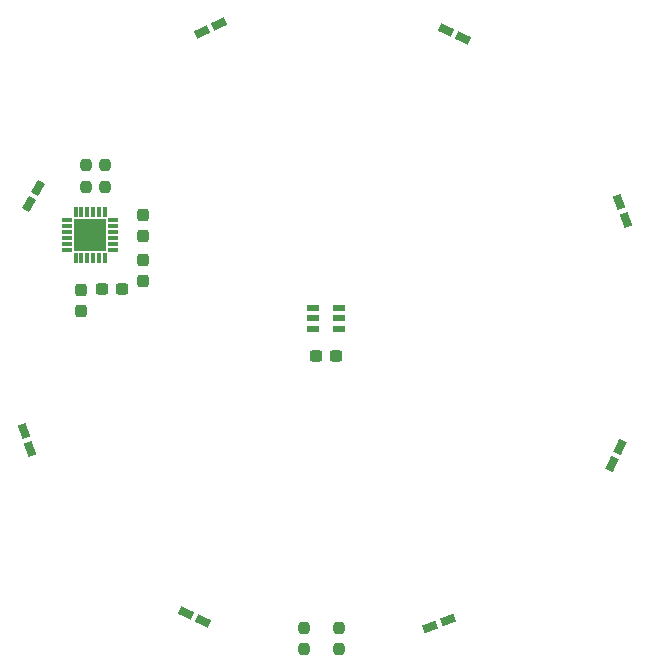
<source format=gtp>
%TF.GenerationSoftware,KiCad,Pcbnew,8.0.0*%
%TF.CreationDate,2024-03-12T16:19:55+01:00*%
%TF.ProjectId,BAT2024,42415432-3032-4342-9e6b-696361645f70,1.0*%
%TF.SameCoordinates,Original*%
%TF.FileFunction,Paste,Top*%
%TF.FilePolarity,Positive*%
%FSLAX46Y46*%
G04 Gerber Fmt 4.6, Leading zero omitted, Abs format (unit mm)*
G04 Created by KiCad (PCBNEW 8.0.0) date 2024-03-12 16:19:55*
%MOMM*%
%LPD*%
G01*
G04 APERTURE LIST*
G04 Aperture macros list*
%AMRoundRect*
0 Rectangle with rounded corners*
0 $1 Rounding radius*
0 $2 $3 $4 $5 $6 $7 $8 $9 X,Y pos of 4 corners*
0 Add a 4 corners polygon primitive as box body*
4,1,4,$2,$3,$4,$5,$6,$7,$8,$9,$2,$3,0*
0 Add four circle primitives for the rounded corners*
1,1,$1+$1,$2,$3*
1,1,$1+$1,$4,$5*
1,1,$1+$1,$6,$7*
1,1,$1+$1,$8,$9*
0 Add four rect primitives between the rounded corners*
20,1,$1+$1,$2,$3,$4,$5,0*
20,1,$1+$1,$4,$5,$6,$7,0*
20,1,$1+$1,$6,$7,$8,$9,0*
20,1,$1+$1,$8,$9,$2,$3,0*%
%AMRotRect*
0 Rectangle, with rotation*
0 The origin of the aperture is its center*
0 $1 length*
0 $2 width*
0 $3 Rotation angle, in degrees counterclockwise*
0 Add horizontal line*
21,1,$1,$2,0,0,$3*%
G04 Aperture macros list end*
%ADD10RotRect,0.700000X1.200000X295.000000*%
%ADD11RotRect,0.700000X1.200000X65.000000*%
%ADD12RotRect,0.700000X1.200000X155.000000*%
%ADD13RotRect,0.700000X1.200000X200.000000*%
%ADD14RotRect,0.700000X1.200000X330.000000*%
%ADD15RoundRect,0.237500X-0.237500X0.250000X-0.237500X-0.250000X0.237500X-0.250000X0.237500X0.250000X0*%
%ADD16RotRect,0.700000X1.200000X20.000000*%
%ADD17R,0.850000X0.300000*%
%ADD18R,0.300000X0.850000*%
%ADD19R,2.700000X2.700000*%
%ADD20RoundRect,0.237500X-0.237500X0.300000X-0.237500X-0.300000X0.237500X-0.300000X0.237500X0.300000X0*%
%ADD21RoundRect,0.237500X0.237500X-0.250000X0.237500X0.250000X-0.237500X0.250000X-0.237500X-0.250000X0*%
%ADD22RotRect,0.700000X1.200000X110.000000*%
%ADD23RotRect,0.700000X1.200000X245.000000*%
%ADD24R,1.032000X0.622000*%
%ADD25R,1.032000X0.500000*%
%ADD26RoundRect,0.237500X0.300000X0.237500X-0.300000X0.237500X-0.300000X-0.237500X0.300000X-0.237500X0*%
%ADD27RoundRect,0.237500X0.237500X-0.300000X0.237500X0.300000X-0.237500X0.300000X-0.237500X-0.300000X0*%
G04 APERTURE END LIST*
D10*
%TO.C,LED7*%
X105261111Y-31778234D03*
X103811019Y-32454424D03*
%TD*%
D11*
%TO.C,LED4*%
X102505065Y-81650631D03*
X103955157Y-82326821D03*
%TD*%
D12*
%TO.C,LED2*%
X138539632Y-69029934D03*
X139215822Y-67579842D03*
%TD*%
D13*
%TO.C,LED1*%
X139692290Y-48398819D03*
X139145058Y-46895311D03*
%TD*%
D14*
%TO.C,LED6*%
X89946275Y-45648290D03*
X89146275Y-47033930D03*
%TD*%
D15*
%TO.C,R8*%
X93978000Y-43740500D03*
X93978000Y-45565500D03*
%TD*%
D16*
%TO.C,LED5*%
X88731715Y-66247180D03*
X89278947Y-67750688D03*
%TD*%
D17*
%TO.C,IC3*%
X96328000Y-50903000D03*
X96328000Y-50403000D03*
X96328000Y-49903000D03*
X96328000Y-49403000D03*
X96328000Y-48903000D03*
X96328000Y-48403000D03*
D18*
X95628000Y-47703000D03*
X95128000Y-47703000D03*
X94628000Y-47703000D03*
X94128000Y-47703000D03*
X93628000Y-47703000D03*
X93128000Y-47703000D03*
D17*
X92428000Y-48403000D03*
X92428000Y-48903000D03*
X92428000Y-49403000D03*
X92428000Y-49903000D03*
X92428000Y-50403000D03*
X92428000Y-50903000D03*
D18*
X93128000Y-51603000D03*
X93628000Y-51603000D03*
X94128000Y-51603000D03*
X94628000Y-51603000D03*
X95128000Y-51603000D03*
X95628000Y-51603000D03*
D19*
X94378000Y-49653000D03*
%TD*%
D20*
%TO.C,C3*%
X98795500Y-51790500D03*
X98795500Y-53515500D03*
%TD*%
D21*
%TO.C,R2*%
X112462000Y-84728000D03*
X112462000Y-82903000D03*
%TD*%
D15*
%TO.C,R7*%
X95578000Y-43740500D03*
X95578000Y-45565500D03*
%TD*%
D22*
%TO.C,LED3*%
X123136181Y-82803286D03*
X124639689Y-82256054D03*
%TD*%
D20*
%TO.C,C2*%
X93628000Y-54328000D03*
X93628000Y-56053000D03*
%TD*%
D23*
%TO.C,LED8*%
X125918936Y-32995368D03*
X124468844Y-32319178D03*
%TD*%
D21*
%TO.C,R1*%
X115462000Y-84728000D03*
X115462000Y-82903000D03*
%TD*%
D24*
%TO.C,MK1*%
X115438000Y-57596000D03*
D25*
X115438000Y-56712000D03*
D24*
X115438000Y-55828000D03*
X113228000Y-55828000D03*
D25*
X113228000Y-56712000D03*
D24*
X113228000Y-57596000D03*
%TD*%
D26*
%TO.C,C4*%
X97090500Y-54269000D03*
X95365500Y-54269000D03*
%TD*%
%TO.C,C9*%
X115195500Y-59928000D03*
X113470500Y-59928000D03*
%TD*%
D27*
%TO.C,C1*%
X98795500Y-49715500D03*
X98795500Y-47990500D03*
%TD*%
M02*

</source>
